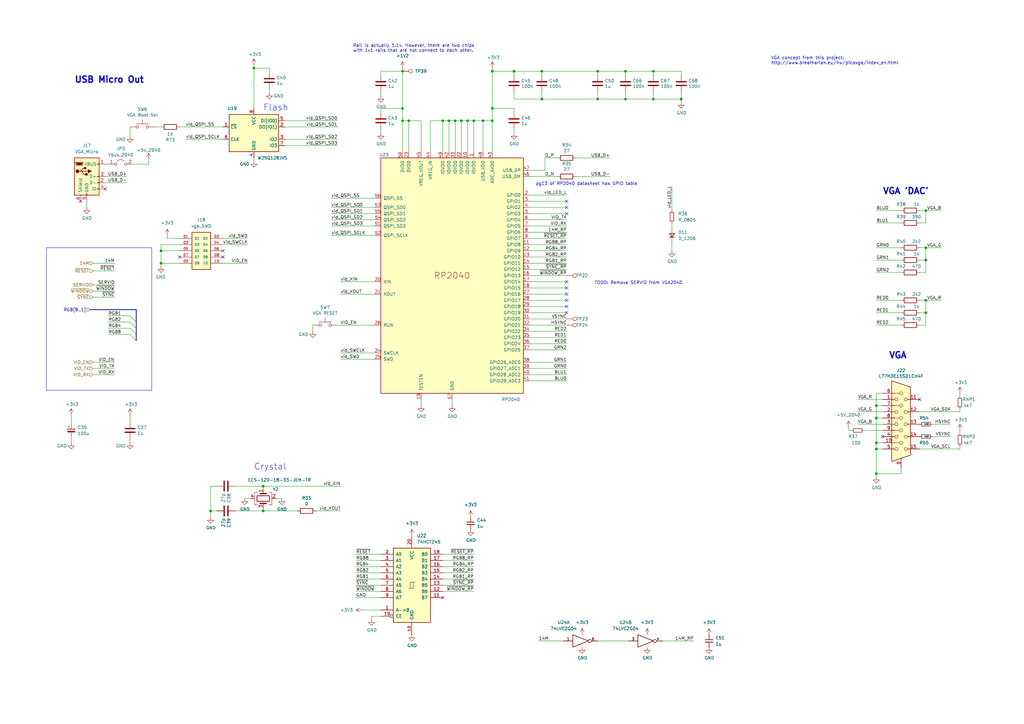
<source format=kicad_sch>
(kicad_sch (version 20230121) (generator eeschema)
  (paper "A3")
  (title_block (title "Apple II to VGA2040 ") (date "2022-06-27") (rev "3b") (company "twitch.tv/baldengineer"))
  (junction (at 107.95 199.39))
  (junction (at 181.61 49.53))
  (junction (at 379.73 123.19))
  (junction (at 189.23 49.53))
  (junction (at 379.73 101.6))
  (junction (at 66.04 107.95))
  (junction (at 267.97 40.64))
  (junction (at 359.41 181.61))
  (junction (at 256.54 29.21))
  (junction (at 256.54 40.64))
  (junction (at 359.41 166.37))
  (junction (at 167.64 49.53))
  (junction (at 379.73 86.36))
  (junction (at 359.41 184.15))
  (junction (at 379.73 128.27))
  (junction (at 210.82 29.21))
  (junction (at 66.04 102.87))
  (junction (at 165.1 49.53))
  (junction (at 198.12 49.53))
  (junction (at 379.73 106.68))
  (junction (at 186.69 49.53))
  (junction (at 201.93 29.21))
  (junction (at 222.25 29.21))
  (junction (at 222.25 40.64))
  (junction (at 184.15 49.53))
  (junction (at 267.97 29.21))
  (junction (at 104.14 27.94))
  (junction (at 359.41 171.45))
  (junction (at 165.1 29.21))
  (junction (at 201.93 44.45))
  (junction (at 359.41 194.31))
  (junction (at 86.36 209.55))
  (junction (at 245.11 40.64))
  (junction (at 165.1 44.45))
  (junction (at 279.4 40.64))
  (junction (at 194.31 49.53))
  (junction (at 191.77 49.53))
  (junction (at 107.95 209.55))
  (junction (at 245.11 29.21))
  (junction (at 201.93 49.53))
  (no_connect (at 73.66 105.41))
  (no_connect (at 232.41 118.11))
  (no_connect (at 361.95 179.07))
  (no_connect (at 181.61 245.11))
  (no_connect (at 232.41 82.55))
  (no_connect (at 377.19 163.83))
  (no_connect (at 232.41 123.19))
  (no_connect (at 232.41 115.57))
  (no_connect (at 232.41 128.27))
  (no_connect (at 232.41 85.09))
  (no_connect (at 91.44 105.41))
  (no_connect (at 91.44 102.87))
  (no_connect (at 232.41 120.65))
  (no_connect (at 232.41 87.63))
  (no_connect (at 232.41 125.73))
  (no_connect (at 43.18 77.47))
  (no_connect (at 33.02 82.55))
  (bus_entry (at 53.34 137.16) (size 2.54 2.54))
  (bus_entry (at 53.34 134.62) (size 2.54 2.54))
  (bus_entry (at 53.34 129.54) (size 2.54 2.54))
  (bus_entry (at 53.34 132.08) (size 2.54 2.54))
  (wire (pts (xy 377.19 101.6) (xy 379.73 101.6)))
  (wire (pts (xy 29.21 179.07) (xy 29.21 181.61)))
  (wire (pts (xy 86.36 199.39) (xy 86.36 209.55)))
  (wire (pts (xy 359.41 161.29) (xy 359.41 166.37)))
  (wire (pts (xy 156.21 39.37) (xy 156.21 38.1)))
  (wire (pts (xy 96.52 199.39) (xy 107.95 199.39)))
  (wire (pts (xy 156.21 44.45) (xy 165.1 44.45)))
  (wire (pts (xy 217.17 69.85) (xy 223.52 69.85)))
  (wire (pts (xy 217.17 82.55) (xy 232.41 82.55)))
  (wire (pts (xy 146.05 242.57) (xy 156.21 242.57)))
  (wire (pts (xy 217.17 140.97) (xy 232.41 140.97)))
  (wire (pts (xy 379.73 91.44) (xy 379.73 86.36)))
  (wire (pts (xy 88.9 199.39) (xy 86.36 199.39)))
  (wire (pts (xy 107.95 200.66) (xy 107.95 199.39)))
  (wire (pts (xy 135.89 81.28) (xy 153.67 81.28)))
  (wire (pts (xy 181.61 234.95) (xy 194.31 234.95)))
  (wire (pts (xy 275.59 91.44) (xy 275.59 93.98)))
  (wire (pts (xy 128.27 133.35) (xy 128.27 135.89)))
  (wire (pts (xy 146.05 227.33) (xy 156.21 227.33)))
  (wire (pts (xy 369.57 128.27) (xy 359.41 128.27)))
  (wire (pts (xy 201.93 27.94) (xy 201.93 29.21)))
  (wire (pts (xy 107.95 208.28) (xy 107.95 209.55)))
  (wire (pts (xy 116.84 57.15) (xy 138.43 57.15)))
  (wire (pts (xy 217.17 120.65) (xy 232.41 120.65)))
  (wire (pts (xy 184.15 49.53) (xy 186.69 49.53)))
  (wire (pts (xy 181.61 229.87) (xy 194.31 229.87)))
  (wire (pts (xy 377.19 111.76) (xy 379.73 111.76)))
  (wire (pts (xy 66.04 100.33) (xy 73.66 100.33)))
  (wire (pts (xy 377.19 106.68) (xy 379.73 106.68)))
  (wire (pts (xy 361.95 184.15) (xy 359.41 184.15)))
  (wire (pts (xy 236.22 72.39) (xy 250.19 72.39)))
  (wire (pts (xy 91.44 100.33) (xy 101.6 100.33)))
  (wire (pts (xy 217.17 95.25) (xy 232.41 95.25)))
  (wire (pts (xy 172.72 163.83) (xy 172.72 166.37)))
  (wire (pts (xy 194.31 49.53) (xy 198.12 49.53)))
  (wire (pts (xy 217.17 138.43) (xy 232.41 138.43)))
  (wire (pts (xy 223.52 64.77) (xy 228.6 64.77)))
  (wire (pts (xy 379.73 128.27) (xy 379.73 123.19)))
  (wire (pts (xy 222.25 38.1) (xy 222.25 40.64)))
  (wire (pts (xy 184.15 62.23) (xy 184.15 49.53)))
  (wire (pts (xy 29.21 170.18) (xy 29.21 173.99)))
  (wire (pts (xy 217.17 80.01) (xy 232.41 80.01)))
  (wire (pts (xy 63.5 52.07) (xy 66.04 52.07)))
  (wire (pts (xy 44.45 137.16) (xy 53.34 137.16)))
  (polyline (pts (xy 62.23 101.6) (xy 62.23 102.87)))
  (wire (pts (xy 210.82 30.48) (xy 210.82 29.21)))
  (wire (pts (xy 210.82 45.72) (xy 210.82 44.45)))
  (wire (pts (xy 217.17 115.57) (xy 232.41 115.57)))
  (wire (pts (xy 217.17 135.89) (xy 232.41 135.89)))
  (wire (pts (xy 146.05 229.87) (xy 156.21 229.87)))
  (wire (pts (xy 236.22 64.77) (xy 250.19 64.77)))
  (wire (pts (xy 279.4 30.48) (xy 279.4 29.21)))
  (wire (pts (xy 167.64 62.23) (xy 167.64 49.53)))
  (wire (pts (xy 66.04 102.87) (xy 73.66 102.87)))
  (wire (pts (xy 176.53 49.53) (xy 181.61 49.53)))
  (wire (pts (xy 172.72 49.53) (xy 167.64 49.53)))
  (wire (pts (xy 38.1 121.92) (xy 46.99 121.92)))
  (wire (pts (xy 198.12 62.23) (xy 198.12 49.53)))
  (polyline (pts (xy 19.05 101.6) (xy 62.23 101.6)))
  (wire (pts (xy 210.82 38.1) (xy 210.82 40.64)))
  (wire (pts (xy 217.17 153.67) (xy 232.41 153.67)))
  (wire (pts (xy 104.14 64.77) (xy 104.14 66.04)))
  (wire (pts (xy 217.17 87.63) (xy 232.41 87.63)))
  (wire (pts (xy 38.1 107.95) (xy 46.99 107.95)))
  (wire (pts (xy 35.56 82.55) (xy 35.56 85.09)))
  (wire (pts (xy 167.64 49.53) (xy 165.1 49.53)))
  (wire (pts (xy 361.95 161.29) (xy 359.41 161.29)))
  (wire (pts (xy 104.14 26.67) (xy 104.14 27.94)))
  (wire (pts (xy 217.17 123.19) (xy 232.41 123.19)))
  (wire (pts (xy 377.19 91.44) (xy 379.73 91.44)))
  (wire (pts (xy 135.89 96.52) (xy 153.67 96.52)))
  (wire (pts (xy 377.19 128.27) (xy 379.73 128.27)))
  (wire (pts (xy 76.2 57.15) (xy 91.44 57.15)))
  (wire (pts (xy 146.05 240.03) (xy 156.21 240.03)))
  (wire (pts (xy 217.17 125.73) (xy 232.41 125.73)))
  (wire (pts (xy 60.96 67.31) (xy 60.96 65.405)))
  (bus (pts (xy 55.88 139.7) (xy 55.88 137.16)))
  (wire (pts (xy 275.59 76.2) (xy 275.59 86.36)))
  (wire (pts (xy 53.34 170.18) (xy 53.34 172.72)))
  (wire (pts (xy 194.31 237.49) (xy 181.61 237.49)))
  (wire (pts (xy 191.77 62.23) (xy 191.77 49.53)))
  (wire (pts (xy 38.1 151.13) (xy 46.99 151.13)))
  (wire (pts (xy 107.95 199.39) (xy 139.7 199.39)))
  (wire (pts (xy 217.17 90.17) (xy 232.41 90.17)))
  (wire (pts (xy 361.95 173.99) (xy 351.79 173.99)))
  (wire (pts (xy 181.61 49.53) (xy 184.15 49.53)))
  (wire (pts (xy 256.54 40.64) (xy 245.11 40.64)))
  (wire (pts (xy 96.52 209.55) (xy 107.95 209.55)))
  (wire (pts (xy 267.97 29.21) (xy 279.4 29.21)))
  (wire (pts (xy 102.87 204.47) (xy 100.33 204.47)))
  (wire (pts (xy 185.42 163.83) (xy 185.42 166.37)))
  (wire (pts (xy 86.36 209.55) (xy 86.36 212.09)))
  (wire (pts (xy 217.17 85.09) (xy 232.41 85.09)))
  (wire (pts (xy 43.18 67.31) (xy 44.45 67.31)))
  (wire (pts (xy 245.11 30.48) (xy 245.11 29.21)))
  (wire (pts (xy 156.21 45.72) (xy 156.21 44.45)))
  (wire (pts (xy 43.18 72.39) (xy 52.07 72.39)))
  (wire (pts (xy 152.4 252.73) (xy 152.4 254)))
  (wire (pts (xy 393.7 176.53) (xy 393.7 177.8)))
  (wire (pts (xy 165.1 29.21) (xy 165.1 44.45)))
  (wire (pts (xy 201.93 29.21) (xy 210.82 29.21)))
  (wire (pts (xy 275.59 99.06) (xy 275.59 102.87)))
  (wire (pts (xy 201.93 29.21) (xy 201.93 44.45)))
  (wire (pts (xy 135.89 90.17) (xy 153.67 90.17)))
  (wire (pts (xy 377.19 133.35) (xy 379.73 133.35)))
  (wire (pts (xy 267.97 40.64) (xy 279.4 40.64)))
  (wire (pts (xy 66.04 100.33) (xy 66.04 102.87)))
  (wire (pts (xy 222.25 40.64) (xy 210.82 40.64)))
  (wire (pts (xy 44.45 132.08) (xy 53.34 132.08)))
  (wire (pts (xy 176.53 62.23) (xy 176.53 49.53)))
  (wire (pts (xy 165.1 49.53) (xy 165.1 62.23)))
  (wire (pts (xy 217.17 148.59) (xy 232.41 148.59)))
  (wire (pts (xy 217.17 128.27) (xy 232.41 128.27)))
  (wire (pts (xy 359.41 111.76) (xy 369.57 111.76)))
  (wire (pts (xy 379.73 133.35) (xy 379.73 128.27)))
  (wire (pts (xy 393.7 161.29) (xy 393.7 162.56)))
  (wire (pts (xy 165.1 44.45) (xy 165.1 49.53)))
  (wire (pts (xy 369.57 86.36) (xy 359.41 86.36)))
  (wire (pts (xy 217.17 100.33) (xy 232.41 100.33)))
  (wire (pts (xy 279.4 38.1) (xy 279.4 40.64)))
  (wire (pts (xy 194.31 240.03) (xy 181.61 240.03)))
  (wire (pts (xy 267.97 38.1) (xy 267.97 40.64)))
  (wire (pts (xy 148.59 250.19) (xy 156.21 250.19)))
  (wire (pts (xy 359.41 166.37) (xy 359.41 171.45)))
  (wire (pts (xy 116.84 59.69) (xy 138.43 59.69)))
  (wire (pts (xy 267.97 30.48) (xy 267.97 29.21)))
  (wire (pts (xy 189.23 49.53) (xy 191.77 49.53)))
  (wire (pts (xy 38.1 153.67) (xy 46.99 153.67)))
  (wire (pts (xy 382.27 179.07) (xy 389.89 179.07)))
  (wire (pts (xy 186.69 62.23) (xy 186.69 49.53)))
  (wire (pts (xy 393.7 184.15) (xy 393.7 182.88)))
  (wire (pts (xy 271.78 262.89) (xy 284.48 262.89)))
  (wire (pts (xy 73.66 52.07) (xy 91.44 52.07)))
  (wire (pts (xy 110.49 36.83) (xy 110.49 38.1)))
  (wire (pts (xy 379.73 101.6) (xy 386.08 101.6)))
  (bus (pts (xy 55.88 134.62) (xy 55.88 132.08)))
  (wire (pts (xy 38.1 116.84) (xy 46.99 116.84)))
  (wire (pts (xy 135.89 87.63) (xy 153.67 87.63)))
  (wire (pts (xy 217.17 72.39) (xy 228.6 72.39)))
  (wire (pts (xy 361.95 163.83) (xy 351.79 163.83)))
  (wire (pts (xy 361.95 181.61) (xy 359.41 181.61)))
  (wire (pts (xy 201.93 44.45) (xy 210.82 44.45)))
  (polyline (pts (xy 62.23 160.02) (xy 19.05 160.02)))
  (wire (pts (xy 245.11 38.1) (xy 245.11 40.64)))
  (wire (pts (xy 223.52 64.77) (xy 223.52 69.85)))
  (wire (pts (xy 379.73 101.6) (xy 379.73 106.68)))
  (wire (pts (xy 107.95 209.55) (xy 121.92 209.55)))
  (wire (pts (xy 369.57 123.19) (xy 359.41 123.19)))
  (wire (pts (xy 217.17 92.71) (xy 232.41 92.71)))
  (wire (pts (xy 139.7 115.57) (xy 153.67 115.57)))
  (wire (pts (xy 113.03 204.47) (xy 115.57 204.47)))
  (wire (pts (xy 217.17 113.03) (xy 232.41 113.03)))
  (wire (pts (xy 156.21 29.21) (xy 165.1 29.21)))
  (wire (pts (xy 181.61 232.41) (xy 194.31 232.41)))
  (wire (pts (xy 379.73 106.68) (xy 379.73 111.76)))
  (wire (pts (xy 217.17 110.49) (xy 232.41 110.49)))
  (wire (pts (xy 172.72 62.23) (xy 172.72 49.53)))
  (wire (pts (xy 146.05 237.49) (xy 156.21 237.49)))
  (wire (pts (xy 256.54 29.21) (xy 267.97 29.21)))
  (wire (pts (xy 88.9 209.55) (xy 86.36 209.55)))
  (wire (pts (xy 156.21 252.73) (xy 152.4 252.73)))
  (wire (pts (xy 369.57 101.6) (xy 359.41 101.6)))
  (wire (pts (xy 68.58 97.79) (xy 68.58 96.52)))
  (wire (pts (xy 210.82 29.21) (xy 222.25 29.21)))
  (wire (pts (xy 153.67 120.65) (xy 139.7 120.65)))
  (wire (pts (xy 359.41 171.45) (xy 359.41 181.61)))
  (wire (pts (xy 222.25 29.21) (xy 245.11 29.21)))
  (wire (pts (xy 377.19 184.15) (xy 393.7 184.15)))
  (wire (pts (xy 217.17 156.21) (xy 232.41 156.21)))
  (wire (pts (xy 73.66 97.79) (xy 68.58 97.79)))
  (wire (pts (xy 369.57 194.31) (xy 369.57 191.77)))
  (wire (pts (xy 181.61 242.57) (xy 194.31 242.57)))
  (wire (pts (xy 347.98 175.26) (xy 347.98 176.53)))
  (wire (pts (xy 135.89 85.09) (xy 153.67 85.09)))
  (wire (pts (xy 382.27 173.99) (xy 389.89 173.99)))
  (wire (pts (xy 146.05 232.41) (xy 156.21 232.41)))
  (wire (pts (xy 53.34 180.34) (xy 53.34 181.61)))
  (wire (pts (xy 359.41 133.35) (xy 369.57 133.35)))
  (wire (pts (xy 194.31 49.53) (xy 194.31 62.23)))
  (wire (pts (xy 156.21 53.34) (xy 156.21 54.61)))
  (wire (pts (xy 146.05 245.11) (xy 156.21 245.11)))
  (wire (pts (xy 369.57 106.68) (xy 359.41 106.68)))
  (wire (pts (xy 361.95 171.45) (xy 359.41 171.45)))
  (wire (pts (xy 359.41 194.31) (xy 359.41 195.58)))
  (wire (pts (xy 138.43 133.35) (xy 153.67 133.35)))
  (wire (pts (xy 217.17 102.87) (xy 232.41 102.87)))
  (wire (pts (xy 361.95 168.91) (xy 351.79 168.91)))
  (wire (pts (xy 201.93 49.53) (xy 201.93 62.23)))
  (wire (pts (xy 359.41 194.31) (xy 369.57 194.31)))
  (wire (pts (xy 379.73 123.19) (xy 386.08 123.19)))
  (wire (pts (xy 53.34 52.07) (xy 53.34 55.88)))
  (wire (pts (xy 217.17 130.81) (xy 232.41 130.81)))
  (wire (pts (xy 359.41 184.15) (xy 359.41 194.31)))
  (wire (pts (xy 44.45 129.54) (xy 53.34 129.54)))
  (wire (pts (xy 359.41 91.44) (xy 369.57 91.44)))
  (wire (pts (xy 116.84 52.07) (xy 138.43 52.07)))
  (bus (pts (xy 55.88 132.08) (xy 55.88 127)))
  (wire (pts (xy 377.19 123.19) (xy 379.73 123.19)))
  (wire (pts (xy 38.1 119.38) (xy 46.99 119.38)))
  (wire (pts (xy 66.04 102.87) (xy 66.04 107.95)))
  (wire (pts (xy 256.54 30.48) (xy 256.54 29.21)))
  (wire (pts (xy 116.84 49.53) (xy 138.43 49.53)))
  (wire (pts (xy 129.54 209.55) (xy 139.7 209.55)))
  (wire (pts (xy 186.69 49.53) (xy 189.23 49.53)))
  (wire (pts (xy 38.1 111.125) (xy 46.99 111.125)))
  (wire (pts (xy 198.12 49.53) (xy 201.93 49.53)))
  (wire (pts (xy 354.33 176.53) (xy 361.95 176.53)))
  (wire (pts (xy 377.19 86.36) (xy 379.73 86.36)))
  (wire (pts (xy 359.41 181.61) (xy 359.41 184.15)))
  (wire (pts (xy 217.17 143.51) (xy 232.41 143.51)))
  (wire (pts (xy 217.17 133.35) (xy 232.41 133.35)))
  (bus (pts (xy 36.83 127) (xy 55.88 127)))
  (wire (pts (xy 110.49 29.21) (xy 110.49 27.94)))
  (wire (pts (xy 347.98 176.53) (xy 349.25 176.53)))
  (wire (pts (xy 54.61 67.31) (xy 60.96 67.31)))
  (wire (pts (xy 104.14 27.94) (xy 104.14 44.45)))
  (wire (pts (xy 135.89 92.71) (xy 153.67 92.71)))
  (wire (pts (xy 146.05 234.95) (xy 156.21 234.95)))
  (wire (pts (xy 220.98 262.89) (xy 231.14 262.89)))
  (wire (pts (xy 377.19 168.91) (xy 393.7 168.91)))
  (wire (pts (xy 91.44 97.79) (xy 101.6 97.79)))
  (wire (pts (xy 279.4 40.64) (xy 279.4 41.91)))
  (wire (pts (xy 217.17 118.11) (xy 232.41 118.11)))
  (wire (pts (xy 66.04 107.95) (xy 66.04 109.22)))
  (wire (pts (xy 165.1 27.94) (xy 165.1 29.21)))
  (wire (pts (xy 210.82 53.34) (xy 210.82 54.61)))
  (wire (pts (xy 38.1 148.59) (xy 46.99 148.59)))
  (wire (pts (xy 379.73 86.36) (xy 386.08 86.36)))
  (wire (pts (xy 181.61 227.33) (xy 194.31 227.33)))
  (wire (pts (xy 222.25 40.64) (xy 245.11 40.64)))
  (wire (pts (xy 91.44 107.95) (xy 101.6 107.95)))
  (wire (pts (xy 393.7 167.64) (xy 393.7 168.91)))
  (wire (pts (xy 217.17 151.13) (xy 232.41 151.13)))
  (wire (pts (xy 256.54 38.1) (xy 256.54 40.64)))
  (wire (pts (xy 181.61 62.23) (xy 181.61 49.53)))
  (wire (pts (xy 44.45 134.62) (xy 53.34 134.62)))
  (wire (pts (xy 153.67 147.32) (xy 139.7 147.32)))
  (wire (pts (xy 66.04 107.95) (xy 73.66 107.95)))
  (bus (pts (xy 55.88 137.16) (xy 55.88 134.62)))
  (wire (pts (xy 217.17 105.41) (xy 232.41 105.41)))
  (wire (pts (xy 43.18 74.93) (xy 52.07 74.93)))
  (wire (pts (xy 267.97 40.64) (xy 256.54 40.64)))
  (wire (pts (xy 245.11 262.89) (xy 257.81 262.89)))
  (polyline (pts (xy 62.23 102.87) (xy 62.23 160.02)))
  (wire (pts (xy 156.21 30.48) (xy 156.21 29.21)))
  (wire (pts (xy 361.95 166.37) (xy 359.41 166.37)))
  (wire (pts (xy 222.25 30.48) (xy 222.25 29.21)))
  (wire (pts (xy 110.49 27.94) (xy 104.14 27.94)))
  (wire (pts (xy 191.77 49.53) (xy 194.31 49.53)))
  (wire (pts (xy 153.67 144.78) (xy 139.7 144.78)))
  (wire (pts (xy 189.23 62.23) (xy 189.23 49.53)))
  (wire (pts (xy 245.11 29.21) (xy 256.54 29.21)))
  (polyline (pts (xy 19.05 160.02) (xy 19.05 101.6)))
  (wire (pts (xy 201.93 44.45) (xy 201.93 49.53)))
  (wire (pts (xy 217.17 107.95) (xy 232.41 107.95)))
  (wire (pts (xy 217.17 97.79) (xy 232.41 97.79)))
  (text "Crystal" (at 104.14 193.04 0) (effects (font (size 2.54 2.54)) (justify left bottom)))
  (text "VGA" (at 364.49 147.32 0) (effects (font (size 2.54 2.54) (thickness 0.508) bold) (justify left bottom)))
  (text "Flash" (at 107.95 45.72 0) (effects (font (size 2.54 2.54)) (justify left bottom)))
  (text "VGA concept from this project:\nhttp://www.breatharian.eu/hw/picovga/index_en.html" (at 316.23 26.67 0) (effects (font (size 1.27 1.27)) (justify left bottom)))
  (text "TODO: Remove SERVID from VGA2040" (at 243.84 116.84 0) (effects (font (size 1.27 1.27)) (justify left bottom)))
  (text "pg13 of RP2040 datasheet has GPIO table" (at 219.71 76.2 0) (effects (font (size 1.27 1.27)) (justify left bottom)))
  (text "VGA 'DAC'" (at 361.95 80.01 0) (effects (font (size 2.54 2.54) (thickness 0.508) bold) (justify left bottom)))
  (text "USB Micro Out	" (at 30.48 34.29 0) (effects (font (size 2.54 2.54) (thickness 0.508) bold) (justify left bottom)))
  (text "Rail is actually 1.1v. However, there are two chips \nwith 1v1 rails that are not connect to each other." (at 144.78 21.59 0) (effects (font (size 1.27 1.27)) (justify left bottom)))
  (label "vid_SWCLK" (at 139.7 144.78 0))
  (label "RGB4" (at 146.05 232.41 0))
  (label "~{SYNC}" (at 46.99 121.92 180))
  (label "~{RESET}" (at 46.99 111.125 180))
  (label "RED2" (at 232.41 135.89 180))
  (label "GRN2" (at 232.41 143.51 180))
  (label "VGA_SCL" (at 389.89 184.15 180))
  (label "HSYNC" (at 232.41 133.35 180))
  (label "RED1" (at 232.41 138.43 180))
  (label "14M" (at 220.98 262.89 0))
  (label "VSYNC" (at 389.89 179.07 180))
  (label "vid_QSPI_SCLK" (at 76.2 57.15 0))
  (label "~{RESET_RP}" (at 194.31 227.33 180))
  (label "GRN0" (at 232.41 151.13 180))
  (label "~{SYNC}" (at 146.05 240.03 0))
  (label "~{SYNC_RP}" (at 232.41 110.49 180))
  (label "BLU1" (at 359.41 91.44 0))
  (label "vid_XIN" (at 139.7 115.57 0))
  (label "RGB4" (at 44.45 134.62 0))
  (label "RGB8" (at 44.45 137.16 0))
  (label "vid_SWD" (at 139.7 147.32 0))
  (label "VSYNC" (at 232.41 130.81 180))
  (label "vid_QSPI_SD3" (at 138.43 59.69 180))
  (label "USB_D+" (at 250.19 64.77 180))
  (label "VID_TX" (at 232.41 90.17 180))
  (label "RGB1" (at 44.45 129.54 0))
  (label "~{WINDOW}" (at 146.05 242.57 0))
  (label "RGB4_RP" (at 232.41 102.87 180))
  (label "VID_RX" (at 232.41 92.71 180))
  (label "vid_QSPI_SD0" (at 135.89 85.09 0))
  (label "VGA_R" (at 386.08 123.19 180))
  (label "~{RESET}" (at 146.05 227.33 0))
  (label "vid_LED_L" (at 275.59 76.2 270))
  (label "RGB1" (at 146.05 237.49 0))
  (label "VID_EN" (at 101.6 107.95 180))
  (label "VID_EN" (at 139.7 133.35 0))
  (label "14M_RP" (at 232.41 95.25 180))
  (label "GRN1" (at 232.41 148.59 180))
  (label "vid_LED_L" (at 232.41 80.01 180))
  (label "USB_D-" (at 250.19 72.39 180))
  (label "RGB1_RP" (at 194.31 237.49 180))
  (label "BLU0" (at 359.41 86.36 0))
  (label "vid_QSPI_SD2" (at 138.43 57.15 180))
  (label "VID_EN" (at 46.99 148.59 180))
  (label "VGA_B" (at 386.08 86.36 180))
  (label "vid_QSPI_SS" (at 135.89 81.28 0))
  (label "vid_XOUT" (at 139.7 120.65 0))
  (label "RGB4_RP" (at 194.31 232.41 180))
  (label "SERVID" (at 46.99 116.84 180))
  (label "D_P" (at 223.52 64.77 0))
  (label "VGA_B" (at 351.79 173.99 0))
  (label "RGB2" (at 146.05 234.95 0))
  (label "VGA_SDA" (at 389.89 168.91 180))
  (label "VGA_G" (at 351.79 168.91 0))
  (label "vid_QSPI_SD1" (at 138.43 52.07 180))
  (label "vid_XOUT" (at 139.7 209.55 180))
  (label "RED2" (at 359.41 133.35 0))
  (label "vid_XIN" (at 139.7 199.39 180))
  (label "~{WINDOW_RP}" (at 194.31 242.57 180))
  (label "vid_QSPI_SD3" (at 135.89 92.71 0))
  (label "VID_TX" (at 46.99 151.13 180))
  (label "RED1" (at 359.41 128.27 0))
  (label "~{SYNC_RP}" (at 194.31 240.03 180))
  (label "GRN0" (at 359.41 101.6 0))
  (label "GRN2" (at 359.41 111.76 0))
  (label "RGB8_RP" (at 232.41 100.33 180))
  (label "VID_RX" (at 46.99 153.67 180))
  (label "vid_QSPI_SS" (at 76.2 52.07 0))
  (label "VGA_R" (at 351.79 163.83 0))
  (label "HSYNC" (at 389.89 173.99 180))
  (label "RED0" (at 359.41 123.19 0))
  (label "RGB2_RP" (at 232.41 105.41 180))
  (label "vid_SWCLK" (at 101.6 100.33 180))
  (label "BLU0" (at 232.41 156.21 180))
  (label "vid_QSPI_SCLK" (at 135.89 96.52 0))
  (label "~{WINDOW_RP}" (at 232.41 113.03 180))
  (label "RED0" (at 232.41 140.97 180))
  (label "D_N" (at 223.52 72.39 0))
  (label "USB_D+" (at 52.07 72.39 180))
  (label "GRN1" (at 359.41 106.68 0))
  (label "RGB8_RP" (at 194.31 229.87 180))
  (label "14M" (at 46.99 107.95 180))
  (label "~{RESET_RP}" (at 232.41 97.79 180))
  (label "GND" (at 146.05 245.11 0))
  (label "vid_SWD" (at 101.6 97.79 180))
  (label "RGB2_RP" (at 194.31 234.95 180))
  (label "BLU1" (at 232.41 153.67 180))
  (label "~{WINDOW}" (at 46.99 119.38 180))
  (label "14M_RP" (at 284.48 262.89 180))
  (label "vid_QSPI_SD1" (at 135.89 87.63 0))
  (label "RGB2" (at 44.45 132.08 0))
  (label "vid_QSPI_SD2" (at 135.89 90.17 0))
  (label "VGA_G" (at 386.08 101.6 180))
  (label "USB_D-" (at 52.07 74.93 180))
  (label "RGB8" (at 146.05 229.87 0))
  (label "RGB1_RP" (at 232.41 107.95 180))
  (label "vid_QSPI_SD0" (at 138.43 49.53 180))
  (hierarchical_label "~{SYNC}" (shape input) (at 38.1 121.92 180))
  (hierarchical_label "VID_RX" (shape input) (at 38.1 153.67 180))
  (hierarchical_label "~{WINDOW}" (shape input) (at 38.1 119.38 180))
  (hierarchical_label "RGB[8..1]" (shape input) (at 36.83 127 180))
  (hierarchical_label "~{RESET}" (shape input) (at 38.1 111.125 180))
  (hierarchical_label "SERVID" (shape input) (at 38.1 116.84 180))
  (hierarchical_label "14M" (shape input) (at 38.1 107.95 180))
  (hierarchical_label "VID_TX" (shape input) (at 38.1 151.13 180))
  (hierarchical_label "VID_EN" (shape input) (at 38.1 148.59 180))
  (symbol (lib_id "Mega IIe Rev3 Symbols:C") (at 279.4 34.29 0) (unit 1)
    (property "Reference" "C68" (at 282.321 33.1216 0) (effects (justify left)))
    (property "Value" "100n" (at 282.321 35.433 0) (effects (justify left)))
    (property "Footprint" "Capacitor_SMD:C_0603_1608Metric" (effects hide))
  )
  (symbol (lib_id "Mega IIe Rev3 Symbols:SW_Push") (at 133.35 133.35 0) (unit 1)
    (property "Reference" "SW7" (at 133.35 126.111 0))
    (property "Value" "VGA RESET" (at 133.35 128.4224 0))
    (property "Footprint" "Button_Switch_SMD:SW_SPST_PTS810" (effects hide))
  )
  (symbol (lib_id "power:+3V3") (at 193.04 212.09 0) (unit 1)
    (property "Reference" "#PWR09" (effects hide))
    (property "Value" "+3V3" (at 193.04 207.01 0))
  )
  (symbol (lib_id "Mega IIe Rev3 Symbols:R_0805") (at 351.79 176.53 90) (unit 1)
    (property "Reference" "R37" (at 351.79 179.07 90) (effects (justify left)))
    (property "Value" "100" (at 353.06 181.61 90) (effects (justify left)))
    (property "Footprint" "Resistor_SMD:R_0805_2012Metric" (effects hide))
  )
  (symbol (lib_id "power:GND") (at 210.82 54.61 0) (unit 1)
    (property "Reference" "#PWR0279" (effects hide))
    (property "Value" "GND" (at 210.947 59.0042 0))
  )
  (symbol (lib_id "Mega IIe Rev3 Symbols:C") (at 210.82 49.53 0) (unit 1)
    (property "Reference" "C46" (at 213.741 48.3616 0) (effects (justify left)))
    (property "Value" "1u" (at 213.741 50.673 0) (effects (justify left)))
    (property "Footprint" "Capacitor_SMD:C_0603_1608Metric" (effects hide))
  )
  (symbol (lib_id "power:GND") (at 193.04 217.17 0) (unit 1)
    (property "Reference" "#PWR0267" (effects hide))
    (property "Value" "GND" (at 193.167 221.5642 0))
  )
  (symbol (lib_id "Mega IIe Rev3 Symbols:R") (at 373.38 133.35 270) (unit 1)
    (property "Reference" "R45" (at 369.57 130.81 90))
    (property "Value" "470" (at 375.92 130.81 90))
    (property "Footprint" "Resistor_SMD:R_0402_1005Metric" (effects hide))
  )
  (symbol (lib_id "power:GND") (at 156.21 39.37 0) (unit 1)
    (property "Reference" "#PWR0282" (effects hide))
    (property "Value" "GND" (at 156.337 43.7642 0))
  )
  (symbol (lib_id "Mega IIe Rev3 Symbols:R") (at 373.38 128.27 270) (unit 1)
    (property "Reference" "R44" (at 369.57 125.73 90))
    (property "Value" "1k" (at 375.92 125.73 90))
    (property "Footprint" "Resistor_SMD:R_0402_1005Metric" (effects hide))
  )
  (symbol (lib_id "Mega IIe Rev3 Symbols:DB15_Female_HighDensity_MountingHoles") (at 369.57 173.99 0) (unit 1)
    (property "Reference" "J22" (at 369.57 151.9682 0))
    (property "Value" "L77HDE15SD1CH4F" (at 369.57 154.2796 0))
    (property "Footprint" "My Libraries:AMPHENOL_L77HDE15SD1CH4F" (effects hide))
    (property "Datasheet" " ~" (effects hide))
  )
  (symbol (lib_id "Mega IIe Rev3 Symbols:C") (at 110.49 33.02 0) (unit 1)
    (property "Reference" "C40" (at 113.411 31.8516 0) (effects (justify left)))
    (property "Value" "1u" (at 113.411 34.163 0) (effects (justify left)))
    (property "Footprint" "Capacitor_SMD:C_0603_1608Metric" (effects hide))
  )
  (symbol (lib_id "power:GND") (at 279.4 41.91 0) (unit 1)
    (property "Reference" "#PWR0263" (effects hide))
    (property "Value" "GND" (at 279.527 46.3042 0))
  )
  (symbol (lib_id "Mega IIe Rev3 Symbols:D_1206") (at 275.59 96.52 90) (unit 1)
    (property "Reference" "D11" (at 278.13 95.2499 90) (effects (justify right)))
    (property "Value" "D_1206" (at 278.13 97.7899 90) (effects (justify right)))
    (property "Footprint" "LED_SMD:LED_1206_3216Metric" (effects hide))
  )
  (symbol (lib_id "Mega IIe Rev3 Symbols:R") (at 232.41 64.77 270) (unit 1)
    (property "Reference" "R34" (at 232.41 59.5122 90))
    (property "Value" "27" (at 232.41 61.8236 90))
    (property "Footprint" "Resistor_SMD:R_0603_1608Metric" (effects hide))
  )
  (symbol (lib_id "power:GND") (at 238.76 265.43 0) (unit 1)
    (property "Reference" "#PWR0382" (effects hide))
    (property "Value" "GND" (at 238.887 269.8242 0))
  )
  (symbol (lib_id "power:GND") (at 152.4 254 0) (unit 1)
    (property "Reference" "#PWR0339" (effects hide))
    (property "Value" "GND" (at 152.527 258.3942 0))
  )
  (symbol (lib_id "Mega IIe Rev3 Symbols:TestPoint_Harwin") (at 232.41 130.81 270) (unit 1)
    (property "Reference" "TP23" (at 238.76 130.81 90))
    (property "Value" "TestPoint_Harwin" (effects hide))
    (property "Footprint" "TestPoint:TestPoint_Pad_D1.0mm" (effects hide))
  )
  (symbol (lib_id "Mega IIe Rev3 Symbols:R") (at 373.38 111.76 270) (unit 1)
    (property "Reference" "R42" (at 369.57 109.22 90))
    (property "Value" "470" (at 375.92 109.22 90))
    (property "Footprint" "Resistor_SMD:R_0402_1005Metric" (effects hide))
  )
  (symbol (lib_id "power:+3V3") (at 68.58 96.52 0) (unit 1)
    (property "Reference" "#PWR010" (effects hide))
    (property "Value" "+3V3" (at 68.58 91.44 0))
  )
  (symbol (lib_id "power:+3V3") (at 393.7 161.29 0) (unit 1)
    (property "Reference" "#PWR0257" (effects hide))
    (property "Value" "+3V3" (at 394.081 156.8958 0))
  )
  (symbol (lib_id "Mega IIe Rev3 Symbols:W25Q128JVS") (at 104.14 54.61 0) (unit 1)
    (property "Reference" "U19" (at 95.25 44.45 0))
    (property "Value" "W25Q128JVS" (at 111.76 64.77 0))
    (property "Footprint" "Package_SO:SOIC-8_5.23x5.23mm_P1.27mm" (effects hide))
    (property "Datasheet" "http://www.winbond.com/resource-files/w25q128jv_dtr%20revc%2003272018%20plus.pdf" (effects hide))
    (property "MFN" "W25Q128JVSIM TR" (effects hide))
    (property "SPN" "W25Q128JVSIMTR-ND" (effects hide))
  )
  (symbol (lib_id "power:GND") (at 53.34 55.88 0) (unit 1)
    (property "Reference" "#PWR0276" (effects hide))
    (property "Value" "GND" (at 49.53 57.15 0))
  )
  (symbol (lib_id "Mega IIe Rev3 Symbols:TestPoint_Harwin") (at 232.41 133.35 270) (unit 1)
    (property "Reference" "TP24" (at 238.76 133.35 90))
    (property "Value" "TestPoint_Harwin" (effects hide))
    (property "Footprint" "TestPoint:TestPoint_Pad_D1.0mm" (effects hide))
  )
  (symbol (lib_id "Mega IIe Rev3 Symbols:FTSH-105-XX-X-DV") (at 82.55 102.87 0) (unit 1)
    (property "Reference" "J18" (at 82.55 90.17 0))
    (property "Value" "vga_SWD" (at 82.55 92.71 0))
    (property "Footprint" "SAMTEC_FTSH-105-XX-X-DV" (effects hide))
    (property "MANUFACTURER" "Samtec" (effects hide))
    (property "STANDARD" "Manufacturer Recommendation" (effects hide))
    (property "PARTREV" "H" (effects hide))
  )
  (symbol (lib_id "Mega IIe Rev3 Symbols:C") (at 245.11 34.29 0) (unit 1)
    (property "Reference" "C50" (at 248.031 33.1216 0) (effects (justify left)))
    (property "Value" "1u" (at 248.031 35.433 0) (effects (justify left)))
    (property "Footprint" "Capacitor_SMD:C_0603_1608Metric" (effects hide))
  )
  (symbol (lib_id "Mega IIe Rev3 Symbols:USB_B_Micro") (at 35.56 72.39 0) (unit 1)
    (property "Reference" "J17" (at 35.56 59.69 0))
    (property "Value" "VGA_Micro" (at 35.56 62.23 0))
    (property "Footprint" "Connector_USB:USB_Micro-B_GCT_USB3076-30-A" (effects hide))
  )
  (symbol (lib_id "power:GND") (at 275.59 102.87 0) (unit 1)
    (property "Reference" "#PWR0265" (effects hide))
    (property "Value" "GND" (at 275.717 107.2642 0))
  )
  (symbol (lib_id "My Library:+5V_2040") (at 347.98 175.26 0) (unit 1)
    (property "Reference" "#PWR0260" (effects hide))
    (property "Value" "+5V_2040" (at 347.98 170.18 0))
  )
  (symbol (lib_id "power:GND") (at 29.21 181.61 0) (unit 1)
    (property "Reference" "#PWR0288" (effects hide))
    (property "Value" "GND" (at 25.4 182.88 0))
  )
  (symbol (lib_id "power:GND") (at 172.72 166.37 0) (unit 1)
    (property "Reference" "#PWR0343" (effects hide))
    (property "Value" "GND" (at 172.847 170.7642 0))
  )
  (symbol (lib_id "power:GND") (at 185.42 166.37 0) (unit 1)
    (property "Reference" "#PWR0272" (effects hide))
    (property "Value" "GND" (at 185.547 170.7642 0))
  )
  (symbol (lib_name "R_0805_3") (lib_id "Mega IIe Rev3 Symbols:R_0805_3") (at 379.73 173.99 90) (unit 1)
    (property "Reference" "R54" (at 381 171.45 90) (effects (justify left)))
    (property "Value" "100" (at 381 173.99 90) (effects (font (size 0.635 0.635)) (justify left)))
    (property "Footprint" "Resistor_SMD:R_0805_2012Metric" (effects hide))
  )
  (symbol (lib_id "power:+1V2") (at 165.1 27.94 0) (unit 1)
    (property "Reference" "#PWR0281" (effects hide))
    (property "Value" "+1V2" (at 165.1 22.86 0))
  )
  (symbol (lib_id "Mega IIe Rev3 Symbols:C") (at 256.54 34.29 0) (unit 1)
    (property "Reference" "C66" (at 259.461 33.1216 0) (effects (justify left)))
    (property "Value" "100n" (at 259.461 35.433 0) (effects (justify left)))
    (property "Footprint" "Capacitor_SMD:C_0603_1608Metric" (effects hide))
  )
  (symbol (lib_id "Mega IIe Rev3 Symbols:R") (at 373.38 86.36 270) (unit 1)
    (property "Reference" "R38" (at 369.57 83.82 90))
    (property "Value" "1k" (at 375.92 83.82 90))
    (property "Footprint" "Resistor_SMD:R_0402_1005Metric" (effects hide))
  )
  (symbol (lib_id "Mega IIe Rev3 Symbols:74HC245") (at 168.91 240.03 0) (unit 1)
    (property "Reference" "U22" (at 170.9294 219.71 0) (effects (justify left)))
    (property "Value" "74HCT245" (at 170.9294 222.25 0) (effects (justify left)))
    (property "Footprint" "Package_SO:SO-20_5.3x12.6mm_P1.27mm" (effects hide))
    (property "Datasheet" "http://www.ti.com/lit/gpn/sn74HC245" (effects hide))
  )
  (symbol (lib_id "Mega IIe Rev3 Symbols:C") (at 156.21 49.53 0) (unit 1)
    (property "Reference" "C43" (at 159.131 48.3616 0) (effects (justify left)))
    (property "Value" "1u" (at 159.131 50.673 0) (effects (justify left)))
    (property "Footprint" "Capacitor_SMD:C_0603_1608Metric" (effects hide))
  )
  (symbol (lib_id "Mega IIe Rev3 Symbols:74LVC2G04_3V3") (at 238.76 262.89 0) (unit 1)
    (property "Reference" "U24" (at 231.14 255.27 0))
    (property "Value" "74LVC2G04" (at 231.14 257.81 0))
    (property "Footprint" "Package_TO_SOT_SMD:SOT-23-6" (effects hide))
    (property "Datasheet" "http://www.ti.com/lit/sg/scyt129e/scyt129e.pdf" (effects hide))
  )
  (symbol (lib_id "Mega IIe Rev3 Symbols:R") (at 373.38 106.68 270) (unit 1)
    (property "Reference" "R41" (at 369.57 104.14 90))
    (property "Value" "1k" (at 375.92 104.14 90))
    (property "Footprint" "Resistor_SMD:R_0402_1005Metric" (effects hide))
  )
  (symbol (lib_id "Mega IIe Rev3 Symbols:Crystal_GND24") (at 107.95 204.47 270) (unit 1)
    (property "Reference" "Y2" (at 111.76 200.66 90) (effects (justify left)))
    (property "Value" "ECS-120-18-33-JEM-TR" (at 101.6 196.85 90) (effects (justify left)))
    (property "Footprint" "Crystal:Crystal_SMD_3225-4Pin_3.2x2.5mm" (effects hide))
    (property "Old PN" "ABLS-12.000MHZ-B4-T" (effects hide))
  )
  (symbol (lib_id "power:GND") (at 53.34 181.61 0) (unit 1)
    (property "Reference" "#PWR0334" (effects hide))
    (property "Value" "GND" (at 49.53 182.88 0))
  )
  (symbol (lib_id "power:+3V3") (at 393.7 176.53 0) (unit 1)
    (property "Reference" "#PWR0258" (effects hide))
    (property "Value" "+3V3" (at 394.081 172.1358 0))
  )
  (symbol (lib_id "power:GND") (at 168.91 260.35 0) (unit 1)
    (property "Reference" "#PWR0340" (effects hide))
    (property "Value" "GND" (at 169.037 264.7442 0))
  )
  (symbol (lib_id "Mega IIe Rev3 Symbols:R") (at 373.38 101.6 270) (unit 1)
    (property "Reference" "R40" (at 369.57 99.06 90))
    (property "Value" "2k2" (at 375.92 99.06 90))
    (property "Footprint" "Resistor_SMD:R_0402_1005Metric" (effects hide))
  )
  (symbol (lib_id "Mega IIe Rev3 Symbols:C") (at 92.71 199.39 270) (unit 1)
    (property "Reference" "C38" (at 93.8784 202.311 0) (effects (justify left)))
    (property "Value" "27p" (at 91.567 202.311 0) (effects (justify left)))
    (property "Footprint" "Capacitor_SMD:C_0603_1608Metric" (effects hide))
  )
  (symbol (lib_name "R_0805_4") (lib_id "Mega IIe Rev3 Symbols:R_0805_4") (at 393.7 180.34 180) (unit 1)
    (property "Reference" "RNP2" (at 400.05 179.07 0) (effects (justify left)))
    (property "Value" "4k7" (at 398.78 181.61 0) (effects (justify left)))
    (property "Footprint" "Resistor_SMD:R_0805_2012Metric" (effects hide))
  )
  (symbol (lib_id "power:GND") (at 265.43 265.43 0) (unit 1)
    (property "Reference" "#PWR0388" (effects hide))
    (property "Value" "GND" (at 265.557 269.8242 0))
  )
  (symbol (lib_id "power:GND") (at 110.49 38.1 0) (unit 1)
    (property "Reference" "#PWR0275" (effects hide))
    (property "Value" "GND" (at 114.3 39.37 0))
  )
  (symbol (lib_id "power:+3V3") (at 53.34 170.18 0) (unit 1)
    (property "Reference" "#PWR0335" (effects hide))
    (property "Value" "+3V3" (at 53.721 165.7858 0))
  )
  (symbol (lib_id "power:+3V3") (at 238.76 260.35 0) (unit 1)
    (property "Reference" "#PWR05" (effects hide))
    (property "Value" "+3V3" (at 238.76 255.27 0))
  )
  (symbol (lib_id "Mega IIe Rev3 Symbols:C") (at 267.97 34.29 0) (unit 1)
    (property "Reference" "C67" (at 270.891 33.1216 0) (effects (justify left)))
    (property "Value" "100n" (at 270.891 35.433 0) (effects (justify left)))
    (property "Footprint" "Capacitor_SMD:C_0603_1608Metric" (effects hide))
  )
  (symbol (lib_id "power:+3V3") (at 168.91 219.71 0) (unit 1)
    (property "Reference" "#PWR08" (effects hide))
    (property "Value" "+3V3" (at 168.91 214.63 0))
  )
  (symbol (lib_name "R_0805_2") (lib_id "Mega IIe Rev3 Symbols:R_0805_2") (at 379.73 179.07 90) (unit 1)
    (property "Reference" "R55" (at 381 181.61 90) (effects (justify left)))
    (property "Value" "100" (at 381 179.07 90) (effects (font (size 0.635 0.635)) (justify left)))
    (property "Footprint" "Resistor_SMD:R_0805_2012Metric" (effects hide))
  )
  (symbol (lib_id "power:GND") (at 128.27 135.89 0) (unit 1)
    (property "Reference" "#PWR0344" (effects hide))
    (property "Value" "GND" (at 124.46 137.16 0))
  )
  (symbol (lib_id "power:+3V3") (at 104.14 26.67 0) (unit 1)
    (property "Reference" "#PWR0274" (effects hide))
    (property "Value" "+3V3" (at 104.521 22.2758 0))
  )
  (symbol (lib_id "power:GND") (at 86.36 212.09 0) (unit 1)
    (property "Reference" "#PWR0338" (effects hide))
    (property "Value" "GND" (at 86.487 216.4842 0))
  )
  (symbol (lib_id "power:+3V3") (at 148.59 250.19 90) (unit 1)
    (property "Reference" "#PWR011" (effects hide))
    (property "Value" "+3V3" (at 144.78 250.19 90) (effects (justify left)))
  )
  (symbol (lib_id "power:GND") (at 35.56 85.09 0) (unit 1)
    (property "Reference" "#PWR0286" (effects hide))
    (property "Value" "GND" (at 35.687 89.4842 0))
  )
  (symbol (lib_id "power:GND") (at 115.57 204.47 0) (unit 1)
    (property "Reference" "#PWR0336" (effects hide))
    (property "Value" "GND" (at 115.697 208.8642 0))
  )
  (symbol (lib_id "Mega IIe Rev3 Symbols:SW_Push") (at 58.42 52.07 0) (unit 1)
    (property "Reference" "SW6" (at 58.42 44.831 0))
    (property "Value" "VGA Boot Sel" (at 58.42 47.1424 0))
    (property "Footprint" "Button_Switch_SMD:SW_SPST_PTS810" (effects hide))
  )
  (symbol (lib_id "Mega IIe Rev3 Symbols:R") (at 373.38 123.19 270) (unit 1)
    (property "Reference" "R43" (at 369.57 120.65 90))
    (property "Value" "2k2" (at 375.92 120.65 90))
    (property "Footprint" "Resistor_SMD:R_0402_1005Metric" (effects hide))
  )
  (symbol (lib_id "Mega IIe Rev3 Symbols:R") (at 232.41 72.39 270) (unit 1)
    (property "Reference" "R35" (at 232.41 67.1322 90))
    (property "Value" "27" (at 232.41 69.4436 90))
    (property "Footprint" "Resistor_SMD:R_0603_1608Metric" (effects hide))
  )
  (symbol (lib_id "Mega IIe Rev3 Symbols:TestPoint") (at 165.1 29.21 270) (unit 1)
    (property "Reference" "TP39" (at 170.18 29.21 90) (effects (justify left)))
    (property "Value" "TestPoint" (effects hide))
    (property "Footprint" "TestPoint:TestPoint_Pad_D1.0mm" (effects hide))
  )
  (symbol (lib_id "Mega IIe Rev3 Symbols:R_0805") (at 275.59 88.9 0) (unit 1)
    (property "Reference" "R36" (at 278.13 87.6299 0) (effects (justify left)))
    (property "Value" "R_0805" (at 278.13 90.1699 0) (effects (justify left)))
    (property "Footprint" "Resistor_SMD:R_0805_2012Metric" (effects hide))
  )
  (symbol (lib_id "Mega IIe Rev3 Symbols:C") (at 92.71 209.55 270) (unit 1)
    (property "Reference" "C39" (at 93.8784 212.471 0) (effects (justify left)))
    (property "Value" "27p" (at 91.567 212.471 0) (effects (justify left)))
    (property "Footprint" "Capacitor_SMD:C_0603_1608Metric" (effects hide))
  )
  (symbol (lib_id "Mega IIe Rev3 Symbols:C_0805") (at 290.83 262.89 0) (unit 1)
    (property "Reference" "C51" (at 293.37 261.6262 0) (effects (justify left)))
    (property "Value" "1u" (at 293.37 264.1662 0) (effects (justify left)))
    (property "Footprint" "Capacitor_SMD:C_0805_2012Metric" (effects hide))
  )
  (symbol (lib_id "Mega IIe Rev3 Symbols:R") (at 125.73 209.55 270) (unit 1)
    (property "Reference" "R33" (at 125.73 204.2922 90))
    (property "Value" "0" (at 125.73 206.6036 90))
    (property "Footprint" "Resistor_SMD:R_0603_1608Metric" (effects hide))
  )
  (symbol (lib_id "Mega IIe Rev3 Symbols:C") (at 53.34 176.53 0) (unit 1)
    (property "Reference" "C37" (at 56.261 175.3616 0) (effects (justify left)))
    (property "Value" "1u" (at 56.261 177.673 0) (effects (justify left)))
    (property "Footprint" "Capacitor_SMD:C_0805_2012Metric" (effects hide))
  )
  (symbol (lib_id "power:GND") (at 359.41 195.58 0) (unit 1)
    (property "Reference" "#PWR0259" (effects hide))
    (property "Value" "GND" (at 359.537 199.9742 0))
  )
  (symbol (lib_id "Mega IIe Rev3 Symbols:Jumper_2_Open") (at 49.53 67.31 0) (unit 1)
    (property "Reference" "JP3" (at 49.53 60.96 0))
    (property "Value" "Vbus_2040" (at 49.53 63.5 0))
    (property "Footprint" "Jumper:SolderJumper-2_P1.3mm_Open_TrianglePad1.0x1.5mm" (effects hide))
  )
  (symbol (lib_id "power:+3V3") (at 290.83 260.35 0) (unit 1)
    (property "Reference" "#PWR07" (effects hide))
    (property "Value" "+3V3" (at 290.83 255.27 0))
  )
  (symbol (lib_id "Mega IIe Rev3 Symbols:C") (at 210.82 34.29 0) (unit 1)
    (property "Reference" "C45" (at 213.741 33.1216 0) (effects (justify left)))
    (property "Value" "100n" (at 213.741 35.433 0) (effects (justify left)))
    (property "Footprint" "Capacitor_SMD:C_0603_1608Metric" (effects hide))
  )
  (symbol (lib_name "R_0805_1") (lib_id "Mega IIe Rev3 Symbols:R_0805_1") (at 393.7 165.1 180) (unit 1)
    (property "Reference" "RNP1" (at 400.05 163.83 0) (effects (justify left)))
    (property "Value" "4k7" (at 398.78 166.37 0) (effects (justify left)))
    (property "Footprint" "Resistor_SMD:R_0805_2012Metric" (effects hide))
  )
  (symbol (lib_id "Mega IIe Rev3 Symbols:R") (at 69.85 52.07 90) (unit 1)
    (property "Reference" "R73" (at 69.85 57.3278 90))
    (property "Value" "1K" (at 69.85 55.0164 90))
    (property "Footprint" "Resistor_SMD:R_0603_1608Metric" (effects hide))
  )
  (symbol (lib_id "Mega IIe Rev3 Symbols:C") (at 156.21 34.29 0) (unit 1)
    (property "Reference" "C42" (at 159.131 33.1216 0) (effects (justify left)))
    (property "Value" "1u" (at 159.131 35.433 0) (effects (justify left)))
    (property "Footprint" "Capacitor_SMD:C_0603_1608Metric" (effects hide))
  )
  (symbol (lib_id "Mega IIe Rev3 Symbols:C_0805") (at 193.04 214.63 0) (unit 1)
    (property "Reference" "C44" (at 195.58 213.3662 0) (effects (justify left)))
    (property "Value" "1u" (at 195.58 215.9062 0) (effects (justify left)))
    (property "Footprint" "Capacitor_SMD:C_0805_2012Metric" (effects hide))
  )
  (symbol (lib_id "Mega IIe Rev3 Symbols:R") (at 373.38 91.44 270) (unit 1)
    (property "Reference" "R39" (at 369.57 88.9 90))
    (property "Value" "390" (at 375.92 88.9 90))
    (property "Footprint" "Resistor_SMD:R_0402_1005Metric" (effects hide))
  )
  (symbol (lib_id "Mega IIe Rev3 Symbols:RP2040") (at 185.42 113.03 0) (unit 1)
    (property "Reference" "U23" (at 157.48 63.5 0))
    (property "Value" "RP2040" (at 209.55 163.83 0))
    (property "Footprint" "RP2040_minimal:RP2040-QFN-56" (effects hide))
  )
  (symbol (lib_id "power:GND") (at 100.33 204.47 0) (unit 1)
    (property "Reference" "#PWR0337" (effects hide))
    (property "Value" "GND" (at 100.457 208.8642 0))
  )
  (symbol (lib_name "+5V_2040_1") (lib_id "My Library:+5V_2040") (at 60.96 65.405 0) (unit 1)
    (property "Reference" "#PWR0389" (effects hide))
    (property "Value" "+5V_2040" (at 60.96 61.595 0))
  )
  (symbol (lib_id "power:+3V3") (at 201.93 27.94 0) (unit 1)
    (property "Reference" "#PWR0280" (effects hide))
    (property "Value" "+3V3" (at 202.311 23.5458 0))
  )
  (symbol (lib_id "Mega IIe Rev3 Symbols:TestPoint_Harwin") (at 232.41 113.03 270) (unit 1)
    (property "Reference" "TP22" (at 238.76 113.03 90))
    (property "Value" "TestPoint_Harwin" (effects hide))
    (property "Footprint" "TestPoint:TestPoint_Pad_D1.0mm" (effects hide))
  )
  (symbol (lib_id "power:GND") (at 66.04 109.22 0) (mirror y) (unit 1)
    (property "Reference" "#PWR0284" (effects hide))
    (property "Value" "GND" (at 65.913 113.6142 0))
  )
  (symbol (lib_id "Mega IIe Rev3 Symbols:74LVC2G04_3V3") (at 265.43 262.89 0) (unit 2)
    (property "Reference" "U24" (at 256.54 255.27 0))
    (property "Value" "74LVC2G04" (at 256.54 257.81 0))
    (property "Footprint" "Package_TO_SOT_SMD:SOT-23-6" (effects hide))
    (property "Datasheet" "http://www.ti.com/lit/sg/scyt129e/scyt129e.pdf" (effects hide))
  )
  (symbol (lib_id "power:+3V3") (at 265.43 260.35 0) (unit 1)
    (property "Reference" "#PWR06" (effects hide))
    (property "Value" "+3V3" (at 265.43 255.27 0))
  )
  (symbol (lib_id "Mega IIe Rev3 Symbols:C_Polarized_Small") (at 29.21 176.53 0) (unit 1)
    (property "Reference" "C35" (at 31.75 175.26 0) (effects (justify left)))
    (property "Value" "100u" (at 31.75 177.8 0) (effects (justify left)))
    (property "Footprint" "Capacitor_Tantalum_SMD:CP_EIA-3216-18_Kemet-A" (effects hide))
    (property "MPN" "T520A107M006ATE035" (effects hide))
  )
  (symbol (lib_id "power:GND") (at 104.14 66.04 0) (unit 1)
    (property "Reference" "#PWR0277" (effects hide))
    (property "Value" "GND" (at 100.33 67.31 0))
  )
  (symbol (lib_id "Mega IIe Rev3 Symbols:C") (at 222.25 34.29 0) (unit 1)
    (property "Reference" "C48" (at 225.171 33.1216 0) (effects (justify left)))
    (property "Value" "100n" (at 225.171 35.433 0) (effects (justify left)))
    (property "Footprint" "Capacitor_SMD:C_0603_1608Metric" (effects hide))
  )
  (symbol (lib_id "power:GND") (at 156.21 54.61 0) (unit 1)
    (property "Reference" "#PWR0283" (effects hide))
    (property "Value" "GND" (at 156.337 59.0042 0))
  )
  (symbol (lib_id "power:GND") (at 290.83 265.43 0) (unit 1)
    (property "Reference" "#PWR0271" (effects hide))
    (property "Value" "GND" (at 290.957 269.8242 0))
  )
  (symbol (lib_id "power:+3V3") (at 29.21 170.18 0) (unit 1)
    (property "Reference" "#PWR0289" (effects hide))
    (property "Value" "+3V3" (at 29.591 165.7858 0))
  )
)
</source>
